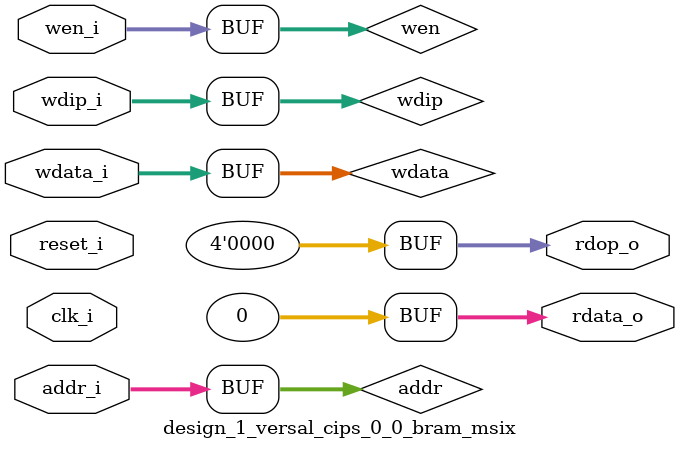
<source format=v>

`timescale 1ps/1ps

(* DowngradeIPIdentifiedWarnings = "yes" *)


module design_1_versal_cips_0_0_bram_msix #(

  parameter           TCQ = 100
, parameter           TO_RAM_PIPELINE="FALSE"
, parameter           FROM_RAM_PIPELINE="FALSE"
, parameter           MSIX_CAP_TABLE_SIZE=11'h0
, parameter           MSIX_TABLE_RAM_ENABLE="FALSE"

  ) (

  input  wire         clk_i,
  input  wire         reset_i,

  input  wire  [12:0] addr_i,
  input  wire  [31:0] wdata_i,
  input  wire   [3:0] wdip_i,
  input  wire   [3:0] wen_i,
  output wire  [31:0] rdata_o,
  output wire   [3:0] rdop_o

  );

  localparam integer NUM_BRAM_4K = (MSIX_TABLE_RAM_ENABLE == "TRUE") ? 8 : 0 ;
 

  reg          [12:0] addr;
  reg          [12:0] addr_p0;
  reg          [12:0] addr_p1;
  reg          [31:0] wdata;
  reg           [3:0] wdip;
  reg           [3:0] wen;
  reg          [31:0] reg_rdata;
  reg           [3:0] reg_rdop;
  wire         [31:0] rdata;
  wire          [3:0] rdop;
  genvar              i;
  wire    [(8*4)-1:0] bram_4k_wen;
  wire   [(8*32)-1:0] rdata_t;
  wire    [(8*4)-1:0] rdop_t;

  //
  // Optional input pipe stages
  //
  generate

    if (TO_RAM_PIPELINE == "TRUE") begin : TORAMPIPELINE

      always @(posedge clk_i) begin
     
        if (reset_i) begin

          addr <= #(TCQ) 13'b0;
          wdata <= #(TCQ) 32'b0;
          wdip <= #(TCQ) 4'b0;
          wen <= #(TCQ) 4'b0;

        end else begin

          addr <= #(TCQ) addr_i;
          wdata <= #(TCQ) wdata_i;
          wdip <= #(TCQ) wdip_i;
          wen <= #(TCQ) wen_i;

        end

      end

    end else begin : NOTORAMPIPELINE

      always @(*) begin

          addr = addr_i;
          wdata = wdata_i;
          wdip = wdip_i;
          wen = wen_i;

      end


    end

  endgenerate

  // 
  // Address pipeline
  //
  always @(posedge clk_i) begin
     
    if (reset_i) begin

      addr_p0 <= #(TCQ) 13'b0;
      addr_p1 <= #(TCQ) 13'b0;

    end else begin

      addr_p0 <= #(TCQ) addr;
      addr_p1 <= #(TCQ) addr_p0;

    end

  end

  //
  // Optional output pipe stages
  //
  generate

    if (FROM_RAM_PIPELINE == "TRUE") begin : FRMRAMPIPELINE


      always @(posedge clk_i) begin
     
        if (reset_i) begin

          reg_rdata <= #(TCQ) 32'b0;
          reg_rdop <= #(TCQ) 4'b0;

        end else begin

          case (addr_p1[12:10]) 
            3'b000 : begin
              reg_rdata <= #(TCQ) rdata_t[(32*(0))+31:(32*(0))+0];
              reg_rdop <= #(TCQ) rdop_t[(4*(0))+3:(4*(0))+0];
            end
            3'b001 : begin
              reg_rdata <= #(TCQ) rdata_t[(32*(1))+31:(32*(1))+0];
              reg_rdop <= #(TCQ) rdop_t[(4*(1))+3:(4*(1))+0];
            end
            3'b010 : begin
              reg_rdata <= #(TCQ) rdata_t[(32*(2))+31:(32*(2))+0];
              reg_rdop <= #(TCQ) rdop_t[(4*(2))+3:(4*(2))+0];
            end
            3'b011 : begin
              reg_rdata <= #(TCQ) rdata_t[(32*(3))+31:(32*(3))+0];
              reg_rdop <= #(TCQ) rdop_t[(4*(3))+3:(4*(3))+0];
            end
            3'b100 : begin
              reg_rdata <= #(TCQ) rdata_t[(32*(4))+31:(32*(4))+0];
              reg_rdop <= #(TCQ) rdop_t[(4*(4))+3:(4*(4))+0];
            end
            3'b101 : begin
              reg_rdata <= #(TCQ) rdata_t[(32*(5))+31:(32*(5))+0];
              reg_rdop <= #(TCQ) rdop_t[(4*(5))+3:(4*(5))+0];
            end
            3'b110 : begin
              reg_rdata <= #(TCQ) rdata_t[(32*(6))+31:(32*(6))+0];
              reg_rdop <= #(TCQ) rdop_t[(4*(6))+3:(4*(6))+0];
            end
            3'b111 : begin
              reg_rdata <= #(TCQ) rdata_t[(32*(7))+31:(32*(7))+0];
              reg_rdop <= #(TCQ) rdop_t[(4*(7))+3:(4*(7))+0];
            end
          endcase

        end

      end

    end else begin : NOFRMRAMPIPELINE

      always @(*) begin

          case (addr_p1[12:10]) 
            3'b000 : begin
              reg_rdata <= #(TCQ) rdata_t[(32*(0))+31:(32*(0))+0];
              reg_rdop <= #(TCQ) rdop_t[(4*(0))+3:(4*(0))+0];
            end
            3'b001 : begin
              reg_rdata <= #(TCQ) rdata_t[(32*(1))+31:(32*(1))+0];
              reg_rdop <= #(TCQ) rdop_t[(4*(1))+3:(4*(1))+0];
            end
            3'b010 : begin
              reg_rdata <= #(TCQ) rdata_t[(32*(2))+31:(32*(2))+0];
              reg_rdop <= #(TCQ) rdop_t[(4*(2))+3:(4*(2))+0];
            end
            3'b011 : begin
              reg_rdata <= #(TCQ) rdata_t[(32*(3))+31:(32*(3))+0];
              reg_rdop <= #(TCQ) rdop_t[(4*(3))+3:(4*(3))+0];
            end
            3'b100 : begin
              reg_rdata <= #(TCQ) rdata_t[(32*(4))+31:(32*(4))+0];
              reg_rdop <= #(TCQ) rdop_t[(4*(4))+3:(4*(4))+0];
            end
            3'b101 : begin
              reg_rdata <= #(TCQ) rdata_t[(32*(5))+31:(32*(5))+0];
              reg_rdop <= #(TCQ) rdop_t[(4*(5))+3:(4*(5))+0];
            end
            3'b110 : begin
              reg_rdata <= #(TCQ) rdata_t[(32*(6))+31:(32*(6))+0];
              reg_rdop <= #(TCQ) rdop_t[(4*(6))+3:(4*(6))+0];
            end
            3'b111 : begin
              reg_rdata <= #(TCQ) rdata_t[(32*(7))+31:(32*(7))+0];
              reg_rdop <= #(TCQ) rdop_t[(4*(7))+3:(4*(7))+0];
            end
          endcase

      end

    end
  
  endgenerate

  assign rdata_o = (MSIX_TABLE_RAM_ENABLE == "TRUE") ?  reg_rdata : 32'h0;
  assign rdop_o = (MSIX_TABLE_RAM_ENABLE == "TRUE") ? reg_rdop : 4'h0;

  generate 
  
    for (i=0; i<NUM_BRAM_4K; i=i+1) begin : BRAM4K

      design_1_versal_cips_0_0_bram_4k_int #(
          .TCQ(TCQ)
        )
        bram_4k_int (
    
          .clk_i (clk_i),
          .reset_i (reset_i),
    
          .addr_i(addr[9:0]),
          .wdata_i(wdata),
          .wdip_i(wdip),
          .wen_i(bram_4k_wen[(4*(i))+3:(4*(i))+0]),
          .rdata_o(rdata_t[(32*i)+31:(32*i)+0]),
          .rdop_o(rdop_t[(4*i)+3:(4*i)+0]),
          .baddr_i(10'b0),
          .brdata_o()

      );
      assign bram_4k_wen[(4*(i))+3:(4*(i))+0] = wen & {4{(i == addr[12:10])}};  
      
    end

  endgenerate

endmodule

</source>
